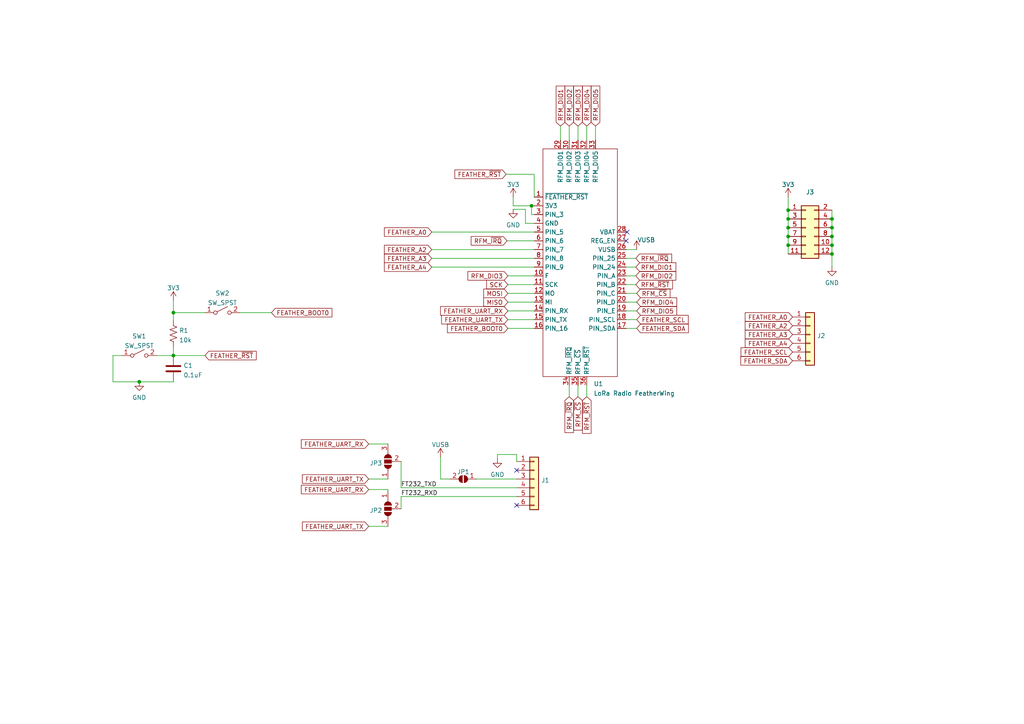
<source format=kicad_sch>
(kicad_sch (version 20211123) (generator eeschema)
  (paper "A4")
  (lib_symbols
    (symbol "Symbols:3V3" (power) (pin_names (offset 0))
      (property "Value" "3V3" (at 0 3.556 0))
      (symbol "3V3_0_1"
        (polyline (pts (xy -0.762 1.27) (xy 0 2.54)))
        (polyline (pts (xy 0 0) (xy 0 2.54)))
        (polyline (pts (xy 0 2.54) (xy 0.762 1.27)))
      )
      (symbol "3V3_1_1"
        (pin power_in line (at 0 0 90) (length 0) hide (name "3V3") (number "1"))
      )
    )
    (symbol "Symbols:C" (pin_numbers hide) (pin_names (offset 0.254))
      (property "Reference" "C" (at 0.635 2.54 0))
      (property "Value" "C" (at 0.635 -2.54 0))
      (symbol "C_0_1"
        (polyline (pts (xy -2.032 -0.762) (xy 2.032 -0.762)) (stroke (width 0.508)))
        (polyline (pts (xy -2.032 0.762) (xy 2.032 0.762)) (stroke (width 0.508)))
      )
      (symbol "C_1_1"
        (pin passive line (at 0 3.81 270) (length 2.794) (name "~") (number "1"))
        (pin passive line (at 0 -3.81 90) (length 2.794) (name "~") (number "2"))
      )
    )
    (symbol "Symbols:Conn_01x06" (pin_names (offset 1.016) hide)
      (property "Reference" "J" (at 0 7.62 0))
      (property "Value" "Conn_01x06" (at 0 -10.16 0))
      (symbol "Conn_01x06_1_1"
        (rectangle (start -1.27 -7.493) (end 0 -7.747) (stroke (width 0.1524)))
        (rectangle (start -1.27 -4.953) (end 0 -5.207) (stroke (width 0.1524)))
        (rectangle (start -1.27 -2.413) (end 0 -2.667) (stroke (width 0.1524)))
        (rectangle (start -1.27 0.127) (end 0 -0.127) (stroke (width 0.1524)))
        (rectangle (start -1.27 2.667) (end 0 2.413) (stroke (width 0.1524)))
        (rectangle (start -1.27 5.207) (end 0 4.953) (stroke (width 0.1524)))
        (rectangle (start -1.27 6.35) (end 1.27 -8.89) (stroke (width 0.254)) (fill (type background)))
        (pin passive line (at -5.08 5.08 0) (length 3.81) (name "Pin_1") (number "1"))
        (pin passive line (at -5.08 2.54 0) (length 3.81) (name "Pin_2") (number "2"))
        (pin passive line (at -5.08 0 0) (length 3.81) (name "Pin_3") (number "3"))
        (pin passive line (at -5.08 -2.54 0) (length 3.81) (name "Pin_4") (number "4"))
        (pin passive line (at -5.08 -5.08 0) (length 3.81) (name "Pin_5") (number "5"))
        (pin passive line (at -5.08 -7.62 0) (length 3.81) (name "Pin_6") (number "6"))
      )
    )
    (symbol "Symbols:Conn_02x06_Odd_Even" (pin_names (offset 1.016) hide)
      (property "Reference" "J" (at 1.27 7.62 0))
      (property "Value" "Conn_02x06_Odd_Even" (at 1.27 -10.16 0))
      (symbol "Conn_02x06_Odd_Even_1_1"
        (rectangle (start -1.27 -7.493) (end 0 -7.747) (stroke (width 0.1524)))
        (rectangle (start -1.27 -4.953) (end 0 -5.207) (stroke (width 0.1524)))
        (rectangle (start -1.27 -2.413) (end 0 -2.667) (stroke (width 0.1524)))
        (rectangle (start -1.27 0.127) (end 0 -0.127) (stroke (width 0.1524)))
        (rectangle (start -1.27 2.667) (end 0 2.413) (stroke (width 0.1524)))
        (rectangle (start -1.27 5.207) (end 0 4.953) (stroke (width 0.1524)))
        (rectangle (start -1.27 6.35) (end 3.81 -8.89) (stroke (width 0.254)) (fill (type background)))
        (rectangle (start 3.81 -7.493) (end 2.54 -7.747) (stroke (width 0.1524)))
        (rectangle (start 3.81 -4.953) (end 2.54 -5.207) (stroke (width 0.1524)))
        (rectangle (start 3.81 -2.413) (end 2.54 -2.667) (stroke (width 0.1524)))
        (rectangle (start 3.81 0.127) (end 2.54 -0.127) (stroke (width 0.1524)))
        (rectangle (start 3.81 2.667) (end 2.54 2.413) (stroke (width 0.1524)))
        (rectangle (start 3.81 5.207) (end 2.54 4.953) (stroke (width 0.1524)))
        (pin passive line (at -5.08 5.08 0) (length 3.81) (name "Pin_1") (number "1"))
        (pin passive line (at 7.62 -5.08 180) (length 3.81) (name "Pin_10") (number "10"))
        (pin passive line (at -5.08 -7.62 0) (length 3.81) (name "Pin_11") (number "11"))
        (pin passive line (at 7.62 -7.62 180) (length 3.81) (name "Pin_12") (number "12"))
        (pin passive line (at 7.62 5.08 180) (length 3.81) (name "Pin_2") (number "2"))
        (pin passive line (at -5.08 2.54 0) (length 3.81) (name "Pin_3") (number "3"))
        (pin passive line (at 7.62 2.54 180) (length 3.81) (name "Pin_4") (number "4"))
        (pin passive line (at -5.08 0 0) (length 3.81) (name "Pin_5") (number "5"))
        (pin passive line (at 7.62 0 180) (length 3.81) (name "Pin_6") (number "6"))
        (pin passive line (at -5.08 -2.54 0) (length 3.81) (name "Pin_7") (number "7"))
        (pin passive line (at 7.62 -2.54 180) (length 3.81) (name "Pin_8") (number "8"))
        (pin passive line (at -5.08 -5.08 0) (length 3.81) (name "Pin_9") (number "9"))
      )
    )
    (symbol "Symbols:GND" (power) (pin_names (offset 0))
      (property "Value" "GND" (at 0 -3.81 0))
      (symbol "GND_0_1"
        (polyline (pts (xy 0 0) (xy 0 -1.27) (xy 1.27 -1.27) (xy 0 -2.54) (xy -1.27 -1.27) (xy 0 -1.27)))
      )
      (symbol "GND_1_1"
        (pin power_in line (at 0 0 270) (length 0) hide (name "GND") (number "1"))
      )
    )
    (symbol "Symbols:LoRa Radio FeatherWing"
      (property "Reference" "U1" (at 4.5594 -35.1187 0))
      (property "Value" "LoRa Radio FeatherWing" (at 4.5594 -37.8938 0))
      (symbol "LoRa Radio FeatherWing_0_1"
        (rectangle (start -10.16 33.02) (end 11.43 -33.02) (stroke (width 0.1524)))
      )
      (symbol "LoRa Radio FeatherWing_1_1"
        (pin input line (at -12.7 19.05 0) (length 2.54) (name "~{FEATHER_RST}") (number "1"))
        (pin bidirectional line (at -12.7 -3.81 0) (length 2.54) (name "F") (number "10"))
        (pin input line (at -12.7 -6.35 0) (length 2.54) (name "SCK") (number "11"))
        (pin input line (at -12.7 -8.89 0) (length 2.54) (name "MO") (number "12"))
        (pin output line (at -12.7 -11.43 0) (length 2.54) (name "MI") (number "13"))
        (pin bidirectional line (at -12.7 -13.97 0) (length 2.54) (name "PIN_RX") (number "14"))
        (pin bidirectional line (at -12.7 -16.51 0) (length 2.54) (name "PIN_TX") (number "15"))
        (pin bidirectional line (at -12.7 -19.05 0) (length 2.54) (name "PIN_16") (number "16"))
        (pin bidirectional line (at 13.97 -19.05 180) (length 2.54) (name "PIN_SDA") (number "17"))
        (pin bidirectional line (at 13.97 -16.51 180) (length 2.54) (name "PIN_SCL") (number "18"))
        (pin bidirectional line (at 13.97 -13.97 180) (length 2.54) (name "PIN_E") (number "19"))
        (pin power_in line (at -12.7 16.51 0) (length 2.54) (name "3V3") (number "2"))
        (pin bidirectional line (at 13.97 -11.43 180) (length 2.54) (name "PIN_D") (number "20"))
        (pin bidirectional line (at 13.97 -8.89 180) (length 2.54) (name "PIN_C") (number "21"))
        (pin bidirectional line (at 13.97 -6.35 180) (length 2.54) (name "PIN_B") (number "22"))
        (pin bidirectional line (at 13.97 -3.81 180) (length 2.54) (name "PIN_A") (number "23"))
        (pin bidirectional line (at 13.97 -1.27 180) (length 2.54) (name "PIN_24") (number "24"))
        (pin bidirectional line (at 13.97 1.27 180) (length 2.54) (name "PIN_25") (number "25"))
        (pin power_out line (at 13.97 3.81 180) (length 2.54) (name "VUSB") (number "26"))
        (pin input line (at 13.97 6.35 180) (length 2.54) (name "REG_EN") (number "27"))
        (pin power_out line (at 13.97 8.89 180) (length 2.54) (name "VBAT") (number "28"))
        (pin bidirectional line (at -5.08 35.56 270) (length 2.54) (name "RFM_DIO1") (number "29"))
        (pin bidirectional line (at -12.7 13.97 0) (length 2.54) (name "PIN_3") (number "3"))
        (pin bidirectional line (at -2.54 35.56 270) (length 2.54) (name "RFM_DIO2") (number "30"))
        (pin bidirectional line (at 0 35.56 270) (length 2.54) (name "RFM_DIO3") (number "31"))
        (pin bidirectional line (at 2.54 35.56 270) (length 2.54) (name "RFM_DIO4") (number "32"))
        (pin bidirectional line (at 5.08 35.56 270) (length 2.54) (name "RFM_DIO5") (number "33"))
        (pin output line (at -2.54 -35.56 90) (length 2.54) (name "RFM_~{IRQ}") (number "34"))
        (pin input line (at 0 -35.56 90) (length 2.54) (name "RFM_~{CS}") (number "35"))
        (pin input line (at 2.54 -35.56 90) (length 2.54) (name "RFM_~{RST}") (number "36"))
        (pin power_in line (at -12.7 11.43 0) (length 2.54) (name "GND") (number "4"))
        (pin bidirectional line (at -12.7 8.89 0) (length 2.54) (name "PIN_5") (number "5"))
        (pin bidirectional line (at -12.7 6.35 0) (length 2.54) (name "PIN_6") (number "6"))
        (pin bidirectional line (at -12.7 3.81 0) (length 2.54) (name "PIN_7") (number "7"))
        (pin bidirectional line (at -12.7 1.27 0) (length 2.54) (name "PIN_8") (number "8"))
        (pin bidirectional line (at -12.7 -1.27 0) (length 2.54) (name "PIN_9") (number "9"))
      )
    )
    (symbol "Symbols:R_US" (pin_numbers hide) (pin_names (offset 0))
      (property "Reference" "R" (at 2.54 0 90))
      (property "Value" "R_US" (at -2.54 0 90))
      (symbol "R_US_0_1"
        (polyline (pts (xy 0 -2.286) (xy 0 -2.54)))
        (polyline (pts (xy 0 2.286) (xy 0 2.54)))
        (polyline (pts (xy 0 -0.762) (xy 1.016 -1.143) (xy 0 -1.524) (xy -1.016 -1.905) (xy 0 -2.286)))
        (polyline (pts (xy 0 0.762) (xy 1.016 0.381) (xy 0 0) (xy -1.016 -0.381) (xy 0 -0.762)))
        (polyline (pts (xy 0 2.286) (xy 1.016 1.905) (xy 0 1.524) (xy -1.016 1.143) (xy 0 0.762)))
      )
      (symbol "R_US_1_1"
        (pin passive line (at 0 3.81 270) (length 1.27) (name "~") (number "1"))
        (pin passive line (at 0 -3.81 90) (length 1.27) (name "~") (number "2"))
      )
    )
    (symbol "Symbols:SW_SPST" (pin_names (offset 0) hide)
      (property "Reference" "SW" (at 0 3.175 0))
      (property "Value" "SW_SPST" (at 0 -2.54 0))
      (symbol "SW_SPST_0_0"
        (circle (center -2.032 0) (radius 0.508))
        (polyline (pts (xy -1.524 0.254) (xy 1.524 1.778)))
        (circle (center 2.032 0) (radius 0.508))
      )
      (symbol "SW_SPST_1_1"
        (pin passive line (at -5.08 0 0) (length 2.54) (name "A") (number "1"))
        (pin passive line (at 5.08 0 180) (length 2.54) (name "B") (number "2"))
      )
    )
    (symbol "Symbols:SolderJumper_2_Open" (pin_names (offset 0) hide)
      (property "Reference" "JP" (at 0 2.032 0))
      (property "Value" "SolderJumper_2_Open" (at 0 -2.54 0))
      (symbol "SolderJumper_2_Open_0_1"
        (arc (start -0.254 1.016) (mid -1.27 0) (end -0.254 -1.016))
        (arc (start -0.254 1.016) (mid -1.27 0) (end -0.254 -1.016) (fill (type outline)))
        (polyline (pts (xy -0.254 1.016) (xy -0.254 -1.016)))
        (polyline (pts (xy 0.254 1.016) (xy 0.254 -1.016)))
        (arc (start 0.254 -1.016) (mid 1.27 0) (end 0.254 1.016))
        (arc (start 0.254 -1.016) (mid 1.27 0) (end 0.254 1.016) (fill (type outline)))
      )
      (symbol "SolderJumper_2_Open_1_1"
        (pin passive line (at -3.81 0 0) (length 2.54) (name "A") (number "1"))
        (pin passive line (at 3.81 0 180) (length 2.54) (name "B") (number "2"))
      )
    )
    (symbol "Symbols:SolderJumper_3_Open" (pin_names (offset 0) hide)
      (property "Reference" "JP" (at -2.54 -2.54 0))
      (property "Value" "SolderJumper_3_Open" (at 0 2.794 0))
      (symbol "SolderJumper_3_Open_0_1"
        (arc (start -1.016 1.016) (mid -2.032 0) (end -1.016 -1.016))
        (arc (start -1.016 1.016) (mid -2.032 0) (end -1.016 -1.016) (fill (type outline)))
        (rectangle (start -0.508 1.016) (end 0.508 -1.016) (fill (type outline)))
        (polyline (pts (xy -2.54 0) (xy -2.032 0)))
        (polyline (pts (xy -1.016 1.016) (xy -1.016 -1.016)))
        (polyline (pts (xy 0 -1.27) (xy 0 -1.016)))
        (polyline (pts (xy 1.016 1.016) (xy 1.016 -1.016)))
        (polyline (pts (xy 2.54 0) (xy 2.032 0)))
        (arc (start 1.016 -1.016) (mid 2.032 0) (end 1.016 1.016))
        (arc (start 1.016 -1.016) (mid 2.032 0) (end 1.016 1.016) (fill (type outline)))
      )
      (symbol "SolderJumper_3_Open_1_1"
        (pin passive line (at -5.08 0 0) (length 2.54) (name "A") (number "1"))
        (pin input line (at 0 -3.81 90) (length 2.54) (name "C") (number "2"))
        (pin passive line (at 5.08 0 180) (length 2.54) (name "B") (number "3"))
      )
    )
    (symbol "Symbols:VUSB" (power) (pin_names (offset 0))
      (property "Value" "VUSB" (at 0 3.81 0))
      (symbol "VUSB_0_1"
        (polyline (pts (xy -0.762 1.27) (xy 0 2.54)))
        (polyline (pts (xy 0 0) (xy 0 2.54)))
        (polyline (pts (xy 0 2.54) (xy 0.762 1.27)))
      )
      (symbol "VUSB_1_1"
        (pin power_in line (at 0 0 90) (length 0) hide (name "VUSB") (number "1"))
      )
    )
  )
  (junction (at 50.292 90.678))
  (junction (at 40.386 110.744))
  (junction (at 241.3 68.58))
  (junction (at 228.6 71.12))
  (junction (at 50.292 103.124))
  (junction (at 228.6 63.5))
  (junction (at 228.6 66.04))
  (junction (at 241.3 71.12))
  (junction (at 228.6 60.96))
  (junction (at 228.6 68.58))
  (junction (at 241.3 63.5))
  (junction (at 241.3 66.04))
  (junction (at 241.3 73.66))
  (junction (at 154.178 59.69))
  (no_connect (at 149.86 146.558))
  (no_connect (at 149.86 136.398))
  (no_connect (at 181.61 69.85))
  (no_connect (at 181.864 67.31))
  (wire (pts (xy 241.3 60.96) (xy 241.3 63.5)))
  (wire (pts (xy 181.61 85.09) (xy 184.658 85.09)))
  (wire (pts (xy 147.32 82.55) (xy 154.94 82.55)))
  (wire (pts (xy 181.61 80.01) (xy 184.404 80.01)))
  (wire (pts (xy 127.762 132.588) (xy 127.762 138.938)))
  (wire (pts (xy 181.61 77.47) (xy 184.404 77.47)))
  (wire (pts (xy 154.94 64.77) (xy 152.4 64.77)))
  (wire (pts (xy 154.178 59.69) (xy 154.178 62.23)))
  (wire (pts (xy 165.1 36.576) (xy 165.1 40.64)))
  (wire (pts (xy 181.61 95.25) (xy 184.658 95.25)))
  (wire (pts (xy 181.61 90.17) (xy 184.658 90.17)))
  (wire (pts (xy 125.222 77.47) (xy 154.94 77.47)))
  (wire (pts (xy 50.292 103.124) (xy 59.436 103.124)))
  (wire (pts (xy 170.18 111.76) (xy 170.18 115.062)))
  (wire (pts (xy 147.32 95.25) (xy 154.94 95.25)))
  (wire (pts (xy 170.18 36.576) (xy 170.18 40.64)))
  (wire (pts (xy 241.3 63.5) (xy 241.3 66.04)))
  (wire (pts (xy 147.32 87.63) (xy 154.94 87.63)))
  (wire (pts (xy 147.32 80.01) (xy 154.94 80.01)))
  (wire (pts (xy 116.332 133.858) (xy 116.332 141.478)))
  (wire (pts (xy 116.332 147.574) (xy 116.332 144.018)))
  (wire (pts (xy 144.272 131.826) (xy 144.272 133.096)))
  (wire (pts (xy 116.332 144.018) (xy 149.86 144.018)))
  (wire (pts (xy 228.6 68.58) (xy 228.6 71.12)))
  (wire (pts (xy 241.3 73.66) (xy 241.3 77.47)))
  (wire (pts (xy 106.934 141.986) (xy 112.522 141.986)))
  (wire (pts (xy 149.86 133.858) (xy 149.86 131.826)))
  (wire (pts (xy 172.72 36.576) (xy 172.72 40.64)))
  (wire (pts (xy 241.3 68.58) (xy 241.3 71.12)))
  (wire (pts (xy 228.6 66.04) (xy 228.6 68.58)))
  (wire (pts (xy 167.64 36.576) (xy 167.64 40.64)))
  (wire (pts (xy 106.934 152.654) (xy 112.522 152.654)))
  (wire (pts (xy 147.32 92.71) (xy 154.94 92.71)))
  (wire (pts (xy 147.066 69.85) (xy 154.94 69.85)))
  (wire (pts (xy 149.86 131.826) (xy 144.272 131.826)))
  (wire (pts (xy 228.6 60.96) (xy 228.6 63.5)))
  (wire (pts (xy 50.292 100.584) (xy 50.292 103.124)))
  (wire (pts (xy 181.61 82.55) (xy 184.404 82.55)))
  (wire (pts (xy 125.222 74.93) (xy 154.94 74.93)))
  (wire (pts (xy 50.292 90.678) (xy 59.436 90.678)))
  (wire (pts (xy 241.3 71.12) (xy 241.3 73.66)))
  (wire (pts (xy 69.596 90.678) (xy 78.74 90.678)))
  (wire (pts (xy 138.176 138.938) (xy 149.86 138.938)))
  (wire (pts (xy 40.386 110.744) (xy 50.292 110.744)))
  (wire (pts (xy 125.222 72.39) (xy 154.94 72.39)))
  (wire (pts (xy 181.61 92.71) (xy 184.658 92.71)))
  (wire (pts (xy 241.3 66.04) (xy 241.3 68.58)))
  (wire (pts (xy 152.4 60.706) (xy 148.844 60.706)))
  (wire (pts (xy 162.56 36.576) (xy 162.56 40.64)))
  (wire (pts (xy 149.86 141.478) (xy 116.332 141.478)))
  (wire (pts (xy 228.6 57.15) (xy 228.6 60.96)))
  (wire (pts (xy 146.812 50.546) (xy 154.94 50.546)))
  (wire (pts (xy 167.64 111.76) (xy 167.64 115.062)))
  (wire (pts (xy 152.4 64.77) (xy 152.4 60.706)))
  (wire (pts (xy 184.658 72.39) (xy 181.61 72.39)))
  (wire (pts (xy 50.292 87.122) (xy 50.292 90.678)))
  (wire (pts (xy 165.1 115.062) (xy 165.1 111.76)))
  (wire (pts (xy 154.178 59.69) (xy 154.94 59.69)))
  (wire (pts (xy 228.6 71.12) (xy 228.6 73.66)))
  (wire (pts (xy 148.844 59.69) (xy 154.178 59.69)))
  (wire (pts (xy 154.94 50.546) (xy 154.94 57.15)))
  (wire (pts (xy 228.6 63.5) (xy 228.6 66.04)))
  (wire (pts (xy 181.61 74.93) (xy 184.404 74.93)))
  (wire (pts (xy 112.522 141.986) (xy 112.522 142.494)))
  (wire (pts (xy 127.762 138.938) (xy 130.556 138.938)))
  (wire (pts (xy 106.934 128.778) (xy 112.522 128.778)))
  (wire (pts (xy 154.178 62.23) (xy 154.94 62.23)))
  (wire (pts (xy 125.222 67.31) (xy 154.94 67.31)))
  (wire (pts (xy 50.292 90.678) (xy 50.292 92.964)))
  (wire (pts (xy 181.61 87.63) (xy 184.658 87.63)))
  (wire (pts (xy 147.32 90.17) (xy 154.94 90.17)))
  (wire (pts (xy 32.766 103.124) (xy 32.766 110.744)))
  (wire (pts (xy 45.466 103.124) (xy 50.292 103.124)))
  (wire (pts (xy 147.32 85.09) (xy 154.94 85.09)))
  (wire (pts (xy 32.766 110.744) (xy 40.386 110.744)))
  (wire (pts (xy 148.844 57.15) (xy 148.844 59.69)))
  (wire (pts (xy 32.766 103.124) (xy 35.306 103.124)))
  (wire (pts (xy 106.934 138.938) (xy 112.522 138.938)))
  (label "FT232_TXD" (at 116.332 141.478 0))
  (label "FT232_RXD" (at 116.332 144.018 0))
  (global_label "FEATHER_A2" (shape input) (at 229.87 94.488 180) (property "Intersheet References" "${INTERSHEET_REFS}" (effects hide)))
  (global_label "FEATHER_SCL" (shape input) (at 229.87 102.108 180) (property "Intersheet References" "${INTERSHEET_REFS}" (effects hide)))
  (global_label "MOSI" (shape input) (at 147.32 85.09 180) (property "Intersheet References" "${INTERSHEET_REFS}" (effects hide)))
  (global_label "FEATHER_SCL" (shape input) (at 184.658 92.71 0) (property "Intersheet References" "${INTERSHEET_REFS}" (effects hide)))
  (global_label "FEATHER_A0" (shape input) (at 229.87 91.948 180) (property "Intersheet References" "${INTERSHEET_REFS}" (effects hide)))
  (global_label "RFM_~{CS}" (shape input) (at 167.64 115.062 270) (property "Intersheet References" "${INTERSHEET_REFS}" (effects hide)))
  (global_label "FEATHER_A3" (shape input) (at 229.87 97.028 180) (property "Intersheet References" "${INTERSHEET_REFS}" (effects hide)))
  (global_label "RFM_DIO4" (shape input) (at 184.658 87.63 0) (property "Intersheet References" "${INTERSHEET_REFS}" (effects hide)))
  (global_label "RFM_~{IRQ}" (shape input) (at 165.1 115.062 270) (property "Intersheet References" "${INTERSHEET_REFS}" (effects hide)))
  (global_label "RFM_DIO5" (shape input) (at 184.658 90.17 0) (property "Intersheet References" "${INTERSHEET_REFS}" (effects hide)))
  (global_label "RFM_DIO4" (shape input) (at 170.18 36.576 90) (property "Intersheet References" "${INTERSHEET_REFS}" (effects hide)))
  (global_label "FEATHER_~{RST}" (shape input) (at 146.812 50.546 180) (property "Intersheet References" "${INTERSHEET_REFS}" (effects hide)))
  (global_label "FEATHER_SDA" (shape input) (at 184.658 95.25 0) (property "Intersheet References" "${INTERSHEET_REFS}" (effects hide)))
  (global_label "FEATHER_~{RST}" (shape input) (at 59.436 103.124 0) (property "Intersheet References" "${INTERSHEET_REFS}" (effects hide)))
  (global_label "FEATHER_UART_RX" (shape input) (at 106.934 128.778 180) (property "Intersheet References" "${INTERSHEET_REFS}" (effects hide)))
  (global_label "FEATHER_A0" (shape input) (at 125.222 67.31 180) (property "Intersheet References" "${INTERSHEET_REFS}" (effects hide)))
  (global_label "FEATHER_UART_RX" (shape input) (at 147.32 90.17 180) (property "Intersheet References" "${INTERSHEET_REFS}" (effects hide)))
  (global_label "FEATHER_A3" (shape input) (at 125.222 74.93 180) (property "Intersheet References" "${INTERSHEET_REFS}" (effects hide)))
  (global_label "FEATHER_UART_TX" (shape input) (at 147.32 92.71 180) (property "Intersheet References" "${INTERSHEET_REFS}" (effects hide)))
  (global_label "FEATHER_UART_RX" (shape input) (at 106.934 141.986 180) (property "Intersheet References" "${INTERSHEET_REFS}" (effects hide)))
  (global_label "FEATHER_A2" (shape input) (at 125.222 72.39 180) (property "Intersheet References" "${INTERSHEET_REFS}" (effects hide)))
  (global_label "RFM_DIO3" (shape input) (at 147.32 80.01 180) (property "Intersheet References" "${INTERSHEET_REFS}" (effects hide)))
  (global_label "RFM_DIO1" (shape input) (at 184.404 77.47 0) (property "Intersheet References" "${INTERSHEET_REFS}" (effects hide)))
  (global_label "RFM_DIO3" (shape input) (at 167.64 36.576 90) (property "Intersheet References" "${INTERSHEET_REFS}" (effects hide)))
  (global_label "RFM_~{RST}" (shape input) (at 184.404 82.55 0) (property "Intersheet References" "${INTERSHEET_REFS}" (effects hide)))
  (global_label "FEATHER_A4" (shape input) (at 229.87 99.568 180) (property "Intersheet References" "${INTERSHEET_REFS}" (effects hide)))
  (global_label "SCK" (shape input) (at 147.32 82.55 180) (property "Intersheet References" "${INTERSHEET_REFS}" (effects hide)))
  (global_label "RFM_~{RST}" (shape input) (at 170.18 115.062 270) (property "Intersheet References" "${INTERSHEET_REFS}" (effects hide)))
  (global_label "RFM_DIO5" (shape input) (at 172.72 36.576 90) (property "Intersheet References" "${INTERSHEET_REFS}" (effects hide)))
  (global_label "FEATHER_BOOT0" (shape input) (at 147.32 95.25 180) (property "Intersheet References" "${INTERSHEET_REFS}" (effects hide)))
  (global_label "FEATHER_SDA" (shape input) (at 229.87 104.648 180) (property "Intersheet References" "${INTERSHEET_REFS}" (effects hide)))
  (global_label "RFM_DIO2" (shape input) (at 165.1 36.576 90) (property "Intersheet References" "${INTERSHEET_REFS}" (effects hide)))
  (global_label "MISO" (shape input) (at 147.32 87.63 180) (property "Intersheet References" "${INTERSHEET_REFS}" (effects hide)))
  (global_label "FEATHER_A4" (shape input) (at 125.222 77.47 180) (property "Intersheet References" "${INTERSHEET_REFS}" (effects hide)))
  (global_label "FEATHER_UART_TX" (shape input) (at 106.934 152.654 180) (property "Intersheet References" "${INTERSHEET_REFS}" (effects hide)))
  (global_label "RFM_DIO2" (shape input) (at 184.404 80.01 0) (property "Intersheet References" "${INTERSHEET_REFS}" (effects hide)))
  (global_label "RFM_~{CS}" (shape input) (at 184.658 85.09 0) (property "Intersheet References" "${INTERSHEET_REFS}" (effects hide)))
  (global_label "RFM_DIO1" (shape input) (at 162.56 36.576 90) (property "Intersheet References" "${INTERSHEET_REFS}" (effects hide)))
  (global_label "FEATHER_UART_TX" (shape input) (at 106.934 138.938 180) (property "Intersheet References" "${INTERSHEET_REFS}" (effects hide)))
  (global_label "FEATHER_BOOT0" (shape input) (at 78.74 90.678 0) (property "Intersheet References" "${INTERSHEET_REFS}" (effects hide)))
  (global_label "RFM_~{IRQ}" (shape input) (at 184.404 74.93 0) (property "Intersheet References" "${INTERSHEET_REFS}" (effects hide)))
  (global_label "RFM_~{IRQ}" (shape input) (at 147.066 69.85 180) (property "Intersheet References" "${INTERSHEET_REFS}" (effects hide)))
  (symbol (lib_id "Symbols:SolderJumper_2_Open") (at 134.366 138.938 180) (unit 1)
    (property "Reference" "JP1" (at 134.366 136.8575 0))
    (property "Value" "SolderJumper_2_Open" (effects hide))
    (property "Footprint" "Footprints:SolderJumper-2_P1.3mm_Open_TrianglePad1.0x1.5mm" (effects hide))
  )
  (symbol (lib_id "Symbols:Conn_01x06") (at 154.94 138.938 0) (unit 1)
    (property "Reference" "J1" (at 156.972 139.2995 0) (effects (justify left)))
    (property "Value" "Conn_01x06" (effects hide))
    (property "Footprint" "Footprints:PinHeader_1x06_P2.54mm_Vertical" (effects hide))
  )
  (symbol (lib_id "Symbols:GND") (at 40.386 110.744 0) (unit 1)
    (property "Reference" "#PWR05" (effects hide))
    (property "Value" "GND" (at 40.386 115.3065 0))
  )
  (symbol (lib_id "Symbols:GND") (at 241.3 77.47 0) (unit 1)
    (property "Reference" "#PWR06" (effects hide))
    (property "Value" "GND" (at 241.3 82.0325 0))
  )
  (symbol (lib_id "Symbols:GND") (at 148.844 60.706 0) (unit 1)
    (property "Reference" "#PWR03" (effects hide))
    (property "Value" "GND" (at 148.844 65.2685 0))
  )
  (symbol (lib_id "Symbols:VUSB") (at 184.658 72.39 0) (unit 1)
    (property "Reference" "#PWR0102" (effects hide))
    (property "Value" "VUSB" (at 187.452 69.596 0))
  )
  (symbol (lib_id "Symbols:LoRa Radio FeatherWing") (at 167.64 76.2 0) (unit 1)
    (property "Reference" "U1" (at 172.1994 111.3187 0) (effects (justify left)))
    (property "Value" "LoRa Radio FeatherWing" (at 172.1994 114.0938 0) (effects (justify left)))
    (property "Footprint" "Footprints:Radio_FeatherWing_16x12+5+3" (effects hide))
  )
  (symbol (lib_id "Symbols:Conn_02x06_Odd_Even") (at 233.68 66.04 0) (unit 1)
    (property "Reference" "J3" (at 234.95 55.7235 0))
    (property "Value" "Conn_02x06_Odd_Even" (effects hide))
    (property "Footprint" "Footprints:PinSocket_2x06_P2.54mm_Vertical_No_Index" (effects hide))
  )
  (symbol (lib_id "Symbols:VUSB") (at 127.762 132.588 0) (unit 1)
    (property "Reference" "#PWR01" (effects hide))
    (property "Value" "VUSB" (at 127.762 128.9835 0))
  )
  (symbol (lib_id "Symbols:SW_SPST") (at 64.516 90.678 0) (unit 1)
    (property "Reference" "SW2" (at 64.516 85.0605 0))
    (property "Value" "SW_SPST" (at 64.516 87.8356 0))
    (property "Footprint" "Footprints:SW_PUSH_6mm_THT" (effects hide))
  )
  (symbol (lib_id "Symbols:Conn_01x06") (at 234.95 97.028 0) (unit 1)
    (property "Reference" "J2" (at 236.982 97.3895 0) (effects (justify left)))
    (property "Value" "Conn_01x06" (effects hide))
    (property "Footprint" "Footprints:PinHeader_1x06_P2.54mm_Vertical" (effects hide))
  )
  (symbol (lib_id "Symbols:C") (at 50.292 106.934 0) (unit 1)
    (property "Reference" "C1" (at 53.213 106.0255 0) (effects (justify left)))
    (property "Value" "0.1uF" (at 53.213 108.8006 0) (effects (justify left)))
    (property "Footprint" "Footprints:C_Rect_L4.0mm_W2.5mm_P2.50mm" (effects hide))
  )
  (symbol (lib_id "Symbols:SolderJumper_3_Open") (at 112.522 147.574 90) (mirror x) (unit 1)
    (property "Reference" "JP2" (at 110.8711 148.053 90) (effects (justify left)))
    (property "Value" "SolderJumper_3_Open" (effects hide))
    (property "Footprint" "Footprints:SolderJumper-3_P2.0mm_Open_TrianglePad1.0x1.5mm" (effects hide))
  )
  (symbol (lib_id "Symbols:3V3") (at 50.292 87.122 0) (unit 1)
    (property "Reference" "#PWR0103" (effects hide))
    (property "Value" "3V3" (at 50.292 83.5175 0))
  )
  (symbol (lib_id "Symbols:3V3") (at 228.6 57.15 0) (unit 1)
    (property "Reference" "#PWR04" (effects hide))
    (property "Value" "3V3" (at 228.6 53.5455 0))
  )
  (symbol (lib_id "Symbols:R_US") (at 50.292 96.774 0) (unit 1)
    (property "Reference" "R1" (at 51.943 95.8655 0) (effects (justify left)))
    (property "Value" "10k" (at 51.943 98.6406 0) (effects (justify left)))
    (property "Footprint" "Footprints:R_Box_L8.4mm_W2.5mm_P5.08mm" (effects hide))
  )
  (symbol (lib_id "Symbols:GND") (at 144.272 133.096 0) (unit 1)
    (property "Reference" "#PWR0101" (effects hide))
    (property "Value" "GND" (at 144.272 137.6585 0))
  )
  (symbol (lib_id "Symbols:SolderJumper_3_Open") (at 112.522 133.858 90) (unit 1)
    (property "Reference" "JP3" (at 110.8711 134.337 90) (effects (justify left)))
    (property "Value" "SolderJumper_3_Open" (effects hide))
    (property "Footprint" "Footprints:SolderJumper-3_P2.0mm_Open_TrianglePad1.0x1.5mm" (effects hide))
  )
  (symbol (lib_id "Symbols:SW_SPST") (at 40.386 103.124 0) (unit 1)
    (property "Reference" "SW1" (at 40.386 97.5065 0))
    (property "Value" "SW_SPST" (at 40.386 100.2816 0))
    (property "Footprint" "Footprints:SW_PUSH_6mm_THT" (effects hide))
  )
  (symbol (lib_id "Symbols:3V3") (at 148.844 57.15 0) (unit 1)
    (property "Reference" "#PWR02" (effects hide))
    (property "Value" "3V3" (at 148.844 53.5455 0))
  )
)
</source>
